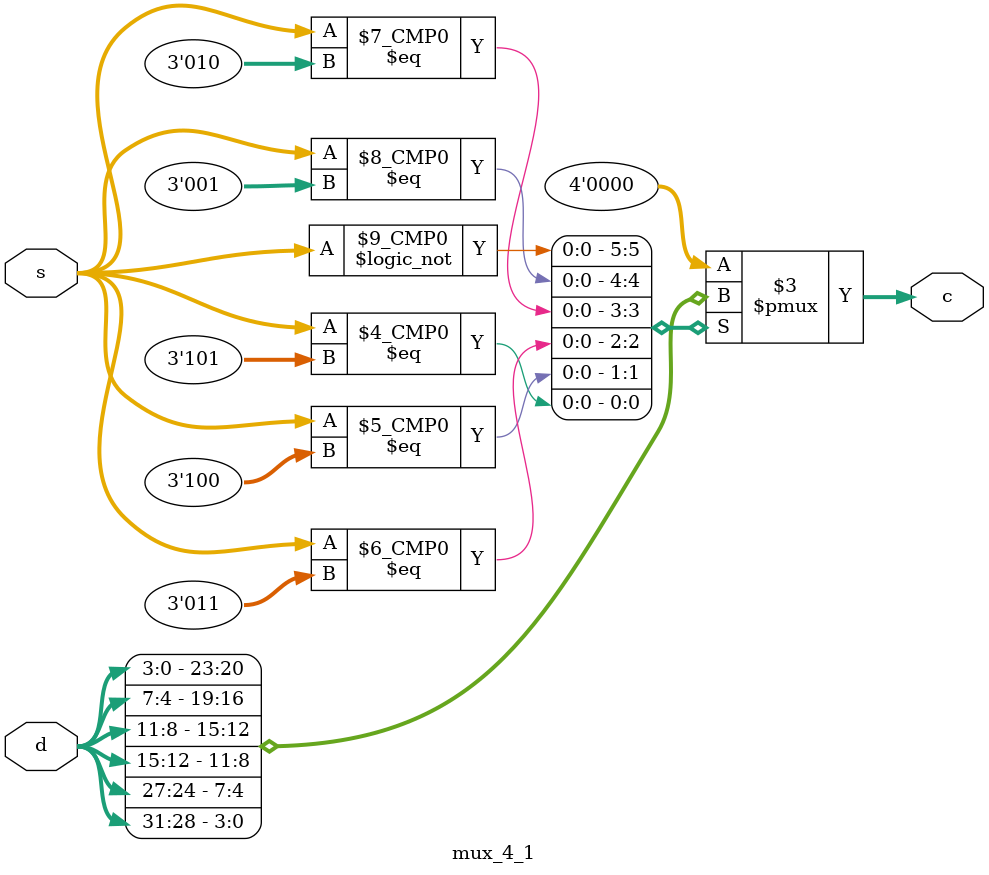
<source format=v>
`timescale 1ns / 1ps
module mux_4_1(
    input [2:0] s,
    input [31:0] d,
    output reg [3:0] c
    );
    always @(*) begin
        case (s)
            3'b000: c=d[3:0];
            3'b001: c=d[7:4];
            3'b010: c=d[11:8];
            3'b011: c=d[15:12];
            3'b100: c=d[27:24];
            3'b101: c=d[31:28];
            default:c=0; 
         //   3'b110: c=d[27:24];
         //   3'b111: c=d[31:28];
        endcase
    end
endmodule

</source>
